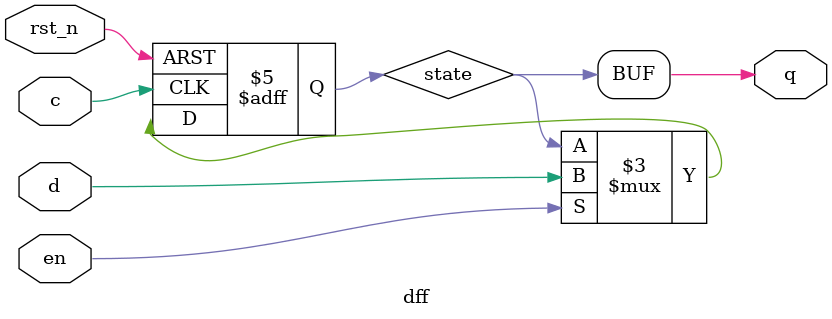
<source format=v>

module dff #(
    parameter bits = 1
)
(
    input c,                          // clock
    input en,                         // enable
    input rst_n,                      // async active-low reset
    input [(bits - 1):0] d,           // data input
    output [(bits - 1):0] q           // data output
);

    reg [(bits - 1):0] state;

    assign q = state;

    // Async reset: clears state immediately when rst_n=0
    always @ (posedge c or negedge rst_n) begin
        if (!rst_n)
            state <= {bits{1'b0}};    // reset to 0
        else if (en)
            state <= d;
    end

endmodule

</source>
